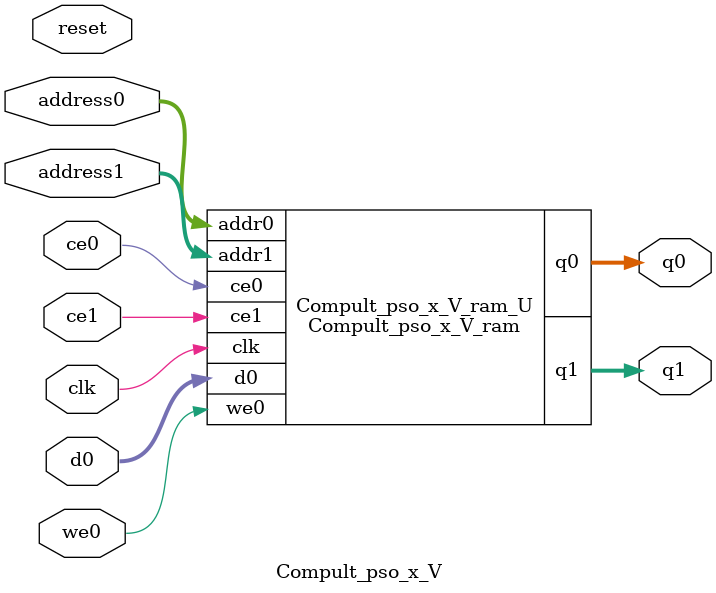
<source format=v>

`timescale 1 ns / 1 ps
module Compult_pso_x_V_ram (addr0, ce0, d0, we0, q0, addr1, ce1, q1,  clk);

parameter DWIDTH = 29;
parameter AWIDTH = 6;
parameter MEM_SIZE = 40;

input[AWIDTH-1:0] addr0;
input ce0;
input[DWIDTH-1:0] d0;
input we0;
output reg[DWIDTH-1:0] q0;
input[AWIDTH-1:0] addr1;
input ce1;
output reg[DWIDTH-1:0] q1;
input clk;

(* ram_style = "block" *)reg [DWIDTH-1:0] ram[MEM_SIZE-1:0];




always @(posedge clk)  
begin 
    if (ce0) 
    begin
        if (we0) 
        begin 
            ram[addr0] <= d0; 
            q0 <= d0;
        end 
        else 
            q0 <= ram[addr0];
    end
end


always @(posedge clk)  
begin 
    if (ce1) 
    begin
            q1 <= ram[addr1];
    end
end


endmodule


`timescale 1 ns / 1 ps
module Compult_pso_x_V(
    reset,
    clk,
    address0,
    ce0,
    we0,
    d0,
    q0,
    address1,
    ce1,
    q1);

parameter DataWidth = 32'd29;
parameter AddressRange = 32'd40;
parameter AddressWidth = 32'd6;
input reset;
input clk;
input[AddressWidth - 1:0] address0;
input ce0;
input we0;
input[DataWidth - 1:0] d0;
output[DataWidth - 1:0] q0;
input[AddressWidth - 1:0] address1;
input ce1;
output[DataWidth - 1:0] q1;



Compult_pso_x_V_ram Compult_pso_x_V_ram_U(
    .clk( clk ),
    .addr0( address0 ),
    .ce0( ce0 ),
    .d0( d0 ),
    .we0( we0 ),
    .q0( q0 ),
    .addr1( address1 ),
    .ce1( ce1 ),
    .q1( q1 ));

endmodule


</source>
